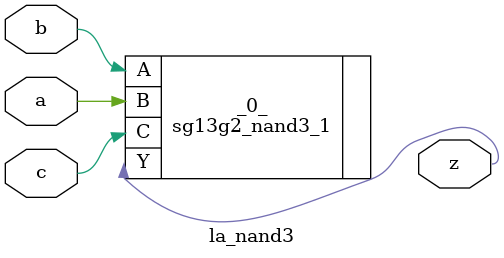
<source format=v>

/* Generated by Yosys 0.40+33 (git sha1 cd1fb8b15, g++ 11.4.0-1ubuntu1~22.04 -fPIC -Os) */

module la_nand3(a, b, c, z);
  input a;
  wire a;
  input b;
  wire b;
  input c;
  wire c;
  output z;
  wire z;
  sg13g2_nand3_1 _0_ (
    .A(b),
    .B(a),
    .C(c),
    .Y(z)
  );
endmodule

</source>
